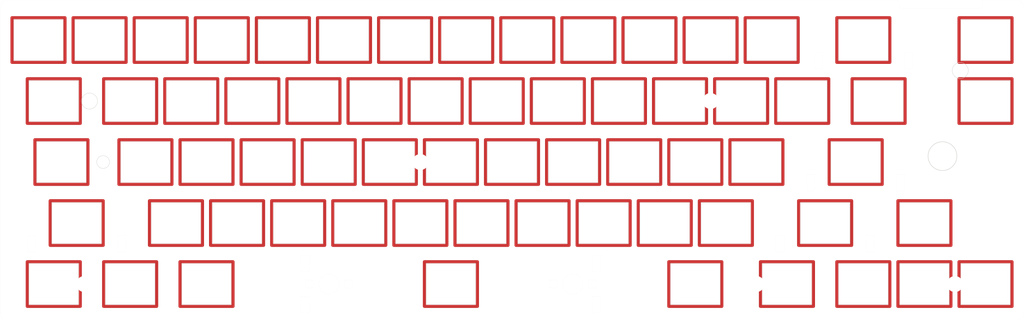
<source format=kicad_pcb>
(kicad_pcb (version 20211014) (generator pcbnew)
  (layers (0 "F.Cu" signal) (31 "B.Cu" signal) (34 "B.Paste" user) (35 "F.Paste" user) (36 "B.SilkS" user "B.Silkscreen") (37 "F.SilkS" user "F.Silkscreen") (38 "B.Mask" user) (39 "F.Mask" user) (44 "Edge.Cuts" user))
  (net 0 "")
  (footprint "Keyboard_Footprints:Plate_Cutout_Alps" (layer "F.Cu") (at 38.1 38.1)
    (fp_text reference "Plate_Cutout_Alps" hide)
    (fp_text value "" hide)
    (fp_line (start 7.75 -6.45) (end -7.75 -6.45) (layer "Edge.Cuts") (width 0.1))
    (fp_line (start 7.75 -6.45) (end 7.75 6.45) (layer "Edge.Cuts") (width 0.1))
    (fp_line (start 7.75 6.45) (end -7.75 6.45) (layer "Edge.Cuts") (width 0.1))
    (fp_line (start -7.75 -6.45) (end -7.75 6.45) (layer "Edge.Cuts") (width 0.1))
  )
  (footprint "Keyboard_Footprints:Plate_Cutout_Alps" (layer "F.Cu") (at 57.15 38.1)
    (fp_text reference "Plate_Cutout_Alps" hide)
    (fp_text value "" hide)
    (fp_line (start 7.75 -6.45) (end -7.75 -6.45) (layer "Edge.Cuts") (width 0.1))
    (fp_line (start 7.75 -6.45) (end 7.75 6.45) (layer "Edge.Cuts") (width 0.1))
    (fp_line (start -7.75 -6.45) (end -7.75 6.45) (layer "Edge.Cuts") (width 0.1))
    (fp_line (start 7.75 6.45) (end -7.75 6.45) (layer "Edge.Cuts") (width 0.1))
  )
  (footprint "Keyboard_Footprints:Plate_Cutout_Alps" (layer "F.Cu") (at 76.2 38.1)
    (fp_text reference "Plate_Cutout_Alps" hide)
    (fp_text value "" hide)
    (fp_line (start -7.75 -6.45) (end -7.75 6.45) (layer "Edge.Cuts") (width 0.1))
    (fp_line (start 7.75 -6.45) (end -7.75 -6.45) (layer "Edge.Cuts") (width 0.1))
    (fp_line (start 7.75 6.45) (end -7.75 6.45) (layer "Edge.Cuts") (width 0.1))
    (fp_line (start 7.75 -6.45) (end 7.75 6.45) (layer "Edge.Cuts") (width 0.1))
  )
  (footprint "Keyboard_Footprints:Plate_Cutout_Alps" (layer "F.Cu") (at 133.35 38.1)
    (fp_text reference "Plate_Cutout_Alps" hide)
    (fp_text value "" hide)
    (fp_line (start 7.75 -6.45) (end 7.75 6.45) (layer "Edge.Cuts") (width 0.1))
    (fp_line (start -7.75 -6.45) (end -7.75 6.45) (layer "Edge.Cuts") (width 0.1))
    (fp_line (start 7.75 -6.45) (end -7.75 -6.45) (layer "Edge.Cuts") (width 0.1))
    (fp_line (start 7.75 6.45) (end -7.75 6.45) (layer "Edge.Cuts") (width 0.1))
  )
  (footprint "Keyboard_Footprints:Plate_Cutout_Alps" (layer "F.Cu") (at 114.3 38.1)
    (fp_text reference "Plate_Cutout_Alps" hide)
    (fp_text value "" hide)
    (fp_line (start 7.75 -6.45) (end -7.75 -6.45) (layer "Edge.Cuts") (width 0.1))
    (fp_line (start 7.75 -6.45) (end 7.75 6.45) (layer "Edge.Cuts") (width 0.1))
    (fp_line (start -7.75 -6.45) (end -7.75 6.45) (layer "Edge.Cuts") (width 0.1))
    (fp_line (start 7.75 6.45) (end -7.75 6.45) (layer "Edge.Cuts") (width 0.1))
  )
  (footprint "Keyboard_Footprints:Plate_Cutout_Alps" (layer "F.Cu") (at 95.25 38.1)
    (fp_text reference "Plate_Cutout_Alps" hide)
    (fp_text value "" hide)
    (fp_line (start 7.75 6.45) (end -7.75 6.45) (layer "Edge.Cuts") (width 0.1))
    (fp_line (start -7.75 -6.45) (end -7.75 6.45) (layer "Edge.Cuts") (width 0.1))
    (fp_line (start 7.75 -6.45) (end -7.75 -6.45) (layer "Edge.Cuts") (width 0.1))
    (fp_line (start 7.75 -6.45) (end 7.75 6.45) (layer "Edge.Cuts") (width 0.1))
  )
  (footprint "Keyboard_Footprints:Plate_Cutout_Alps" (layer "F.Cu") (at 209.55 38.1)
    (fp_text reference "Plate_Cutout_Alps" hide)
    (fp_text value "" hide)
    (fp_line (start 7.75 6.45) (end -7.75 6.45) (layer "Edge.Cuts") (width 0.1))
    (fp_line (start 7.75 -6.45) (end 7.75 6.45) (layer "Edge.Cuts") (width 0.1))
    (fp_line (start -7.75 -6.45) (end -7.75 6.45) (layer "Edge.Cuts") (width 0.1))
    (fp_line (start 7.75 -6.45) (end -7.75 -6.45) (layer "Edge.Cuts") (width 0.1))
  )
  (footprint "Keyboard_Footprints:Plate_Cutout_Alps" (layer "F.Cu") (at 228.6 38.1)
    (fp_text reference "Plate_Cutout_Alps" hide)
    (fp_text value "" hide)
    (fp_line (start 7.75 -6.45) (end 7.75 6.45) (layer "Edge.Cuts") (width 0.1))
    (fp_line (start 7.75 6.45) (end -7.75 6.45) (layer "Edge.Cuts") (width 0.1))
    (fp_line (start 7.75 -6.45) (end -7.75 -6.45) (layer "Edge.Cuts") (width 0.1))
    (fp_line (start -7.75 -6.45) (end -7.75 6.45) (layer "Edge.Cuts") (width 0.1))
  )
  (footprint "Keyboard_Footprints:Plate_Cutout_Alps" (layer "F.Cu") (at 247.65 38.1)
    (fp_text reference "Plate_Cutout_Alps" hide)
    (fp_text value "" hide)
    (fp_line (start 7.75 -6.45) (end -7.75 -6.45) (layer "Edge.Cuts") (width 0.1))
    (fp_line (start 7.75 6.45) (end -7.75 6.45) (layer "Edge.Cuts") (width 0.1))
    (fp_line (start -7.75 -6.45) (end -7.75 6.45) (layer "Edge.Cuts") (width 0.1))
    (fp_line (start 7.75 -6.45) (end 7.75 6.45) (layer "Edge.Cuts") (width 0.1))
  )
  (footprint "Keyboard_Footprints:Plate_Cutout_Alps" (layer "F.Cu") (at 190.5 38.1)
    (fp_text reference "Plate_Cutout_Alps" hide)
    (fp_text value "" hide)
    (fp_line (start -7.75 -6.45) (end -7.75 6.45) (layer "Edge.Cuts") (width 0.1))
    (fp_line (start 7.75 6.45) (end -7.75 6.45) (layer "Edge.Cuts") (width 0.1))
    (fp_line (start 7.75 -6.45) (end 7.75 6.45) (layer "Edge.Cuts") (width 0.1))
    (fp_line (start 7.75 -6.45) (end -7.75 -6.45) (layer "Edge.Cuts") (width 0.1))
  )
  (footprint "Keyboard_Footprints:Plate_Cutout_Alps" (layer "F.Cu") (at 171.45 38.1)
    (fp_text reference "Plate_Cutout_Alps" hide)
    (fp_text value "" hide)
    (fp_line (start -7.75 -6.45) (end -7.75 6.45) (layer "Edge.Cuts") (width 0.1))
    (fp_line (start 7.75 -6.45) (end 7.75 6.45) (layer "Edge.Cuts") (width 0.1))
    (fp_line (start 7.75 -6.45) (end -7.75 -6.45) (layer "Edge.Cuts") (width 0.1))
    (fp_line (start 7.75 6.45) (end -7.75 6.45) (layer "Edge.Cuts") (width 0.1))
  )
  (footprint "Keyboard_Footprints:Plate_Cutout_Alps" (layer "F.Cu") (at 152.4 38.1)
    (fp_text reference "Plate_Cutout_Alps" hide)
    (fp_text value "" hide)
    (fp_line (start 7.75 6.45) (end -7.75 6.45) (layer "Edge.Cuts") (width 0.1))
    (fp_line (start 7.75 -6.45) (end 7.75 6.45) (layer "Edge.Cuts") (width 0.1))
    (fp_line (start 7.75 -6.45) (end -7.75 -6.45) (layer "Edge.Cuts") (width 0.1))
    (fp_line (start -7.75 -6.45) (end -7.75 6.45) (layer "Edge.Cuts") (width 0.1))
  )
  (footprint "Keyboard_Footprints:Plate_Cutout_Alps" (layer "F.Cu") (at 180.975 57.15)
    (fp_text reference "Plate_Cutout_Alps" hide)
    (fp_text value "" hide)
    (fp_line (start 7.75 6.45) (end -7.75 6.45) (layer "Edge.Cuts") (width 0.1))
    (fp_line (start 7.75 -6.45) (end -7.75 -6.45) (layer "Edge.Cuts") (width 0.1))
    (fp_line (start -7.75 -6.45) (end -7.75 6.45) (layer "Edge.Cuts") (width 0.1))
    (fp_line (start 7.75 -6.45) (end 7.75 6.45) (layer "Edge.Cuts") (width 0.1))
  )
  (footprint "Keyboard_Footprints:Plate_Cutout_Alps" (layer "F.Cu") (at 200.025 57.15)
    (fp_text reference "Plate_Cutout_Alps" hide)
    (fp_text value "" hide)
    (fp_line (start 7.75 6.45) (end -7.75 6.45) (layer "Edge.Cuts") (width 0.1))
    (fp_line (start 7.75 -6.45) (end -7.75 -6.45) (layer "Edge.Cuts") (width 0.1))
    (fp_line (start -7.75 -6.45) (end -7.75 6.45) (layer "Edge.Cuts") (width 0.1))
    (fp_line (start 7.75 -6.45) (end 7.75 6.45) (layer "Edge.Cuts") (width 0.1))
  )
  (footprint "Keyboard_Footprints:Plate_Cutout_Alps" (layer "F.Cu") (at 219.075 57.15)
    (fp_text reference "Plate_Cutout_Alps" hide)
    (fp_text value "" hide)
    (fp_line (start -7.75 -6.45) (end -7.75 6.45) (layer "Edge.Cuts") (width 0.1))
    (fp_line (start 7.75 6.45) (end -7.75 6.45) (layer "Edge.Cuts") (width 0.1))
    (fp_line (start 7.75 -6.45) (end -7.75 -6.45) (layer "Edge.Cuts") (width 0.1))
    (fp_line (start 7.75 -6.45) (end 7.75 6.45) (layer "Edge.Cuts") (width 0.1))
  )
  (footprint "Keyboard_Footprints:Plate_Cutout_Alps" (layer "F.Cu") (at 276.225 57.15)
    (fp_text reference "Plate_Cutout_Alps" hide)
    (fp_text value "" hide)
    (fp_line (start 7.75 6.45) (end -7.75 6.45) (layer "Edge.Cuts") (width 0.1))
    (fp_line (start -7.75 -6.45) (end -7.75 6.45) (layer "Edge.Cuts") (width 0.1))
    (fp_line (start 7.75 -6.45) (end 7.75 6.45) (layer "Edge.Cuts") (width 0.1))
    (fp_line (start 7.75 -6.45) (end -7.75 -6.45) (layer "Edge.Cuts") (width 0.1))
  )
  (footprint "Keyboard_Footprints:Plate_Cutout_Alps" (layer "F.Cu") (at 257.175 57.15)
    (fp_text reference "Plate_Cutout_Alps" hide)
    (fp_text value "" hide)
    (fp_line (start 7.75 -6.45) (end -7.75 -6.45) (layer "Edge.Cuts") (width 0.1))
    (fp_line (start 7.75 -6.45) (end 7.75 6.45) (layer "Edge.Cuts") (width 0.1))
    (fp_line (start -7.75 -6.45) (end -7.75 6.45) (layer "Edge.Cuts") (width 0.1))
    (fp_line (start 7.75 6.45) (end -7.75 6.45) (layer "Edge.Cuts") (width 0.1))
  )
  (footprint "Keyboard_Footprints:Plate_Cutout_Alps" (layer "F.Cu") (at 238.125 57.15)
    (fp_text reference "Plate_Cutout_Alps" hide)
    (fp_text value "" hide)
    (fp_line (start 7.75 -6.45) (end -7.75 -6.45) (layer "Edge.Cuts") (width 0.1))
    (fp_line (start -7.75 -6.45) (end -7.75 6.45) (layer "Edge.Cuts") (width 0.1))
    (fp_line (start 7.75 -6.45) (end 7.75 6.45) (layer "Edge.Cuts") (width 0.1))
    (fp_line (start 7.75 6.45) (end -7.75 6.45) (layer "Edge.Cuts") (width 0.1))
  )
  (footprint "Keyboard_Footprints:Plate_Cutout_Alps" (layer "F.Cu") (at 123.825 57.15)
    (fp_text reference "Plate_Cutout_Alps" hide)
    (fp_text value "" hide)
    (fp_line (start -7.75 -6.45) (end -7.75 6.45) (layer "Edge.Cuts") (width 0.1))
    (fp_line (start 7.75 -6.45) (end -7.75 -6.45) (layer "Edge.Cuts") (width 0.1))
    (fp_line (start 7.75 6.45) (end -7.75 6.45) (layer "Edge.Cuts") (width 0.1))
    (fp_line (start 7.75 -6.45) (end 7.75 6.45) (layer "Edge.Cuts") (width 0.1))
  )
  (footprint "Keyboard_Footprints:Plate_Cutout_Alps" (layer "F.Cu") (at 142.875 57.15)
    (fp_text reference "Plate_Cutout_Alps" hide)
    (fp_text value "" hide)
    (fp_line (start -7.75 -6.45) (end -7.75 6.45) (layer "Edge.Cuts") (width 0.1))
    (fp_line (start 7.75 6.45) (end -7.75 6.45) (layer "Edge.Cuts") (width 0.1))
    (fp_line (start 7.75 -6.45) (end 7.75 6.45) (layer "Edge.Cuts") (width 0.1))
    (fp_line (start 7.75 -6.45) (end -7.75 -6.45) (layer "Edge.Cuts") (width 0.1))
  )
  (footprint "Keyboard_Footprints:Plate_Cutout_Alps" (layer "F.Cu") (at 161.925 57.15)
    (fp_text reference "Plate_Cutout_Alps" hide)
    (fp_text value "" hide)
    (fp_line (start -7.75 -6.45) (end -7.75 6.45) (layer "Edge.Cuts") (width 0.1))
    (fp_line (start 7.75 -6.45) (end 7.75 6.45) (layer "Edge.Cuts") (width 0.1))
    (fp_line (start 7.75 6.45) (end -7.75 6.45) (layer "Edge.Cuts") (width 0.1))
    (fp_line (start 7.75 -6.45) (end -7.75 -6.45) (layer "Edge.Cuts") (width 0.1))
  )
  (footprint "Keyboard_Footprints:Plate_Cutout_Alps" (layer "F.Cu") (at 104.775 57.15)
    (fp_text reference "Plate_Cutout_Alps" hide)
    (fp_text value "" hide)
    (fp_line (start 7.75 -6.45) (end -7.75 -6.45) (layer "Edge.Cuts") (width 0.1))
    (fp_line (start 7.75 -6.45) (end 7.75 6.45) (layer "Edge.Cuts") (width 0.1))
    (fp_line (start 7.75 6.45) (end -7.75 6.45) (layer "Edge.Cuts") (width 0.1))
    (fp_line (start -7.75 -6.45) (end -7.75 6.45) (layer "Edge.Cuts") (width 0.1))
  )
  (footprint "Keyboard_Footprints:Plate_Cutout_Alps" (layer "F.Cu") (at 85.725 57.15)
    (fp_text reference "Plate_Cutout_Alps" hide)
    (fp_text value "" hide)
    (fp_line (start 7.75 -6.45) (end -7.75 -6.45) (layer "Edge.Cuts") (width 0.1))
    (fp_line (start 7.75 -6.45) (end 7.75 6.45) (layer "Edge.Cuts") (width 0.1))
    (fp_line (start 7.75 6.45) (end -7.75 6.45) (layer "Edge.Cuts") (width 0.1))
    (fp_line (start -7.75 -6.45) (end -7.75 6.45) (layer "Edge.Cuts") (width 0.1))
  )
  (footprint "Keyboard_Footprints:Plate_Cutout_Alps" (layer "F.Cu") (at 66.675 57.15)
    (fp_text reference "Plate_Cutout_Alps" hide)
    (fp_text value "" hide)
    (fp_line (start 7.75 -6.45) (end -7.75 -6.45) (layer "Edge.Cuts") (width 0.1))
    (fp_line (start 7.75 -6.45) (end 7.75 6.45) (layer "Edge.Cuts") (width 0.1))
    (fp_line (start 7.75 6.45) (end -7.75 6.45) (layer "Edge.Cuts") (width 0.1))
    (fp_line (start -7.75 -6.45) (end -7.75 6.45) (layer "Edge.Cuts") (width 0.1))
  )
  (footprint "Keyboard_Footprints:Plate_Cutout_Alps" (layer "F.Cu") (at 90.4875 76.2)
    (fp_text reference "Plate_Cutout_Alps" hide)
    (fp_text value "" hide)
    (fp_line (start 7.75 -6.45) (end 7.75 6.45) (layer "Edge.Cuts") (width 0.1))
    (fp_line (start 7.75 -6.45) (end -7.75 -6.45) (layer "Edge.Cuts") (width 0.1))
    (fp_line (start 7.75 6.45) (end -7.75 6.45) (layer "Edge.Cuts") (width 0.1))
    (fp_line (start -7.75 -6.45) (end -7.75 6.45) (layer "Edge.Cuts") (width 0.1))
  )
  (footprint "Keyboard_Footprints:Plate_Cutout_Alps" (layer "F.Cu") (at 109.5375 76.2)
    (fp_text reference "Plate_Cutout_Alps" hide)
    (fp_text value "" hide)
    (fp_line (start 7.75 -6.45) (end -7.75 -6.45) (layer "Edge.Cuts") (width 0.1))
    (fp_line (start 7.75 -6.45) (end 7.75 6.45) (layer "Edge.Cuts") (width 0.1))
    (fp_line (start -7.75 -6.45) (end -7.75 6.45) (layer "Edge.Cuts") (width 0.1))
    (fp_line (start 7.75 6.45) (end -7.75 6.45) (layer "Edge.Cuts") (width 0.1))
  )
  (footprint "Keyboard_Footprints:Plate_Cutout_Alps" (layer "F.Cu") (at 166.6875 76.2)
    (fp_text reference "Plate_Cutout_Alps" hide)
    (fp_text value "" hide)
    (fp_line (start -7.75 -6.45) (end -7.75 6.45) (layer "Edge.Cuts") (width 0.1))
    (fp_line (start 7.75 -6.45) (end -7.75 -6.45) (layer "Edge.Cuts") (width 0.1))
    (fp_line (start 7.75 -6.45) (end 7.75 6.45) (layer "Edge.Cuts") (width 0.1))
    (fp_line (start 7.75 6.45) (end -7.75 6.45) (layer "Edge.Cuts") (width 0.1))
  )
  (footprint "Keyboard_Footprints:Plate_Cutout_Alps" (layer "F.Cu") (at 147.6375 76.2)
    (fp_text reference "Plate_Cutout_Alps" hide)
    (fp_text value "" hide)
    (fp_line (start 7.75 -6.45) (end 7.75 6.45) (layer "Edge.Cuts") (width 0.1))
    (fp_line (start 7.75 -6.45) (end -7.75 -6.45) (layer "Edge.Cuts") (width 0.1))
    (fp_line (start 7.75 6.45) (end -7.75 6.45) (layer "Edge.Cuts") (width 0.1))
    (fp_line (start -7.75 -6.45) (end -7.75 6.45) (layer "Edge.Cuts") (width 0.1))
  )
  (footprint "Keyboard_Footprints:Plate_Cutout_Alps" (layer "F.Cu") (at 128.5875 76.2)
    (fp_text reference "Plate_Cutout_Alps" hide)
    (fp_text value "" hide)
    (fp_line (start 7.75 -6.45) (end -7.75 -6.45) (layer "Edge.Cuts") (width 0.1))
    (fp_line (start 7.75 -6.45) (end 7.75 6.45) (layer "Edge.Cuts") (width 0.1))
    (fp_line (start 7.75 6.45) (end -7.75 6.45) (layer "Edge.Cuts") (width 0.1))
    (fp_line (start -7.75 -6.45) (end -7.75 6.45) (layer "Edge.Cuts") (width 0.1))
  )
  (footprint "Keyboard_Footprints:Plate_Cutout_Alps" (layer "F.Cu") (at 242.8875 76.2)
    (fp_text reference "Plate_Cutout_Alps" hide)
    (fp_text value "" hide)
    (fp_line (start 7.75 -6.45) (end -7.75 -6.45) (layer "Edge.Cuts") (width 0.1))
    (fp_line (start -7.75 -6.45) (end -7.75 6.45) (layer "Edge.Cuts") (width 0.1))
    (fp_line (start 7.75 -6.45) (end 7.75 6.45) (layer "Edge.Cuts") (width 0.1))
    (fp_line (start 7.75 6.45) (end -7.75 6.45) (layer "Edge.Cuts") (width 0.1))
  )
  (footprint "Keyboard_Footprints:Plate_Cutout_Alps" (layer "F.Cu") (at 261.9375 76.2)
    (fp_text reference "Plate_Cutout_Alps" hide)
    (fp_text value "" hide)
    (fp_line (start 7.75 -6.45) (end 7.75 6.45) (layer "Edge.Cuts") (width 0.1))
    (fp_line (start 7.75 6.45) (end -7.75 6.45) (layer "Edge.Cuts") (width 0.1))
    (fp_line (start -7.75 -6.45) (end -7.75 6.45) (layer "Edge.Cuts") (width 0.1))
    (fp_line (start 7.75 -6.45) (end -7.75 -6.45) (layer "Edge.Cuts") (width 0.1))
  )
  (footprint "Keyboard_Footprints:Plate_Cutout_Alps" (layer "F.Cu") (at 292.89375 76.2)
    (fp_text reference "Plate_Cutout_Alps" hide)
    (fp_text value "" hide)
    (fp_line (start 7.75 6.45) (end -7.75 6.45) (layer "Edge.Cuts") (width 0.1))
    (fp_line (start -7.75 -6.45) (end -7.75 6.45) (layer "Edge.Cuts") (width 0.1))
    (fp_line (start 7.75 -6.45) (end 7.75 6.45) (layer "Edge.Cuts") (width 0.1))
    (fp_line (start 7.75 -6.45) (end -7.75 -6.45) (layer "Edge.Cuts") (width 0.1))
  )
  (footprint "Keyboard_Footprints:Plate_Cutout_Alps" (layer "F.Cu") (at 223.8375 76.2)
    (fp_text reference "Plate_Cutout_Alps" hide)
    (fp_text value "" hide)
    (fp_line (start -7.75 -6.45) (end -7.75 6.45) (layer "Edge.Cuts") (width 0.1))
    (fp_line (start 7.75 -6.45) (end -7.75 -6.45) (layer "Edge.Cuts") (width 0.1))
    (fp_line (start 7.75 6.45) (end -7.75 6.45) (layer "Edge.Cuts") (width 0.1))
    (fp_line (start 7.75 -6.45) (end 7.75 6.45) (layer "Edge.Cuts") (width 0.1))
  )
  (footprint "Keyboard_Footprints:Plate_Cutout_Alps" (layer "F.Cu") (at 204.7875 76.2)
    (fp_text reference "Plate_Cutout_Alps" hide)
    (fp_text value "" hide)
    (fp_line (start 7.75 6.45) (end -7.75 6.45) (layer "Edge.Cuts") (width 0.1))
    (fp_line (start 7.75 -6.45) (end 7.75 6.45) (layer "Edge.Cuts") (width 0.1))
    (fp_line (start -7.75 -6.45) (end -7.75 6.45) (layer "Edge.Cuts") (width 0.1))
    (fp_line (start 7.75 -6.45) (end -7.75 -6.45) (layer "Edge.Cuts") (width 0.1))
  )
  (footprint "Keyboard_Footprints:Plate_Cutout_Alps" (layer "F.Cu") (at 185.7375 76.2)
    (fp_text reference "Plate_Cutout_Alps" hide)
    (fp_text value "" hide)
    (fp_line (start 7.75 -6.45) (end 7.75 6.45) (layer "Edge.Cuts") (width 0.1))
    (fp_line (start 7.75 6.45) (end -7.75 6.45) (layer "Edge.Cuts") (width 0.1))
    (fp_line (start -7.75 -6.45) (end -7.75 6.45) (layer "Edge.Cuts") (width 0.1))
    (fp_line (start 7.75 -6.45) (end -7.75 -6.45) (layer "Edge.Cuts") (width 0.1))
  )
  (footprint "Keyboard_Footprints:Plate_Cutout_Alps" (layer "F.Cu") (at 195.2625 95.25)
    (fp_text reference "Plate_Cutout_Alps" hide)
    (fp_text value "" hide)
    (fp_line (start 7.75 -6.45) (end 7.75 6.45) (layer "Edge.Cuts") (width 0.1))
    (fp_line (start 7.75 6.45) (end -7.75 6.45) (layer "Edge.Cuts") (width 0.1))
    (fp_line (start -7.75 -6.45) (end -7.75 6.45) (layer "Edge.Cuts") (width 0.1))
    (fp_line (start 7.75 -6.45) (end -7.75 -6.45) (layer "Edge.Cuts") (width 0.1))
  )
  (footprint "Keyboard_Footprints:Plate_Cutout_Alps" (layer "F.Cu") (at 214.3125 95.25)
    (fp_text reference "Plate_Cutout_Alps" hide)
    (fp_text value "" hide)
    (fp_line (start -7.75 -6.45) (end -7.75 6.45) (layer "Edge.Cuts") (width 0.1))
    (fp_line (start 7.75 -6.45) (end -7.75 -6.45) (layer "Edge.Cuts") (width 0.1))
    (fp_line (start 7.75 -6.45) (end 7.75 6.45) (layer "Edge.Cuts") (width 0.1))
    (fp_line (start 7.75 6.45) (end -7.75 6.45) (layer "Edge.Cuts") (width 0.1))
  )
  (footprint "Keyboard_Footprints:Plate_Cutout_Alps" (layer "F.Cu") (at 233.3625 95.25)
    (fp_text reference "Plate_Cutout_Alps" hide)
    (fp_text value "" hide)
    (fp_line (start 7.75 -6.45) (end 7.75 6.45) (layer "Edge.Cuts") (width 0.1))
    (fp_line (start -7.75 -6.45) (end -7.75 6.45) (layer "Edge.Cuts") (width 0.1))
    (fp_line (start 7.75 -6.45) (end -7.75 -6.45) (layer "Edge.Cuts") (width 0.1))
    (fp_line (start 7.75 6.45) (end -7.75 6.45) (layer "Edge.Cuts") (width 0.1))
  )
  (footprint "Keyboard_Footprints:Plate_Cutout_Alps" (layer "F.Cu") (at 252.4125 95.25)
    (fp_text reference "Plate_Cutout_Alps" hide)
    (fp_text value "" hide)
    (fp_line (start -7.75 -6.45) (end -7.75 6.45) (layer "Edge.Cuts") (width 0.1))
    (fp_line (start 7.75 6.45) (end -7.75 6.45) (layer "Edge.Cuts") (width 0.1))
    (fp_line (start 7.75 -6.45) (end -7.75 -6.45) (layer "Edge.Cuts") (width 0.1))
    (fp_line (start 7.75 -6.45) (end 7.75 6.45) (layer "Edge.Cuts") (width 0.1))
  )
  (footprint "Keyboard_Footprints:Plate_Cutout_Alps" (layer "F.Cu") (at 138.1125 95.25)
    (fp_text reference "Plate_Cutout_Alps" hide)
    (fp_text value "" hide)
    (fp_line (start 7.75 -6.45) (end -7.75 -6.45) (layer "Edge.Cuts") (width 0.1))
    (fp_line (start 7.75 6.45) (end -7.75 6.45) (layer "Edge.Cuts") (width 0.1))
    (fp_line (start 7.75 -6.45) (end 7.75 6.45) (layer "Edge.Cuts") (width 0.1))
    (fp_line (start -7.75 -6.45) (end -7.75 6.45) (layer "Edge.Cuts") (width 0.1))
  )
  (footprint "Keyboard_Footprints:Plate_Cutout_Alps" (layer "F.Cu") (at 157.1625 95.25)
    (fp_text reference "Plate_Cutout_Alps" hide)
    (fp_text value "" hide)
    (fp_line (start 7.75 -6.45) (end -7.75 -6.45) (layer "Edge.Cuts") (width 0.1))
    (fp_line (start -7.75 -6.45) (end -7.75 6.45) (layer "Edge.Cuts") (width 0.1))
    (fp_line (start 7.75 -6.45) (end 7.75 6.45) (layer "Edge.Cuts") (width 0.1))
    (fp_line (start 7.75 6.45) (end -7.75 6.45) (layer "Edge.Cuts") (width 0.1))
  )
  (footprint "Keyboard_Footprints:Plate_Cutout_Alps" (layer "F.Cu") (at 176.2125 95.25)
    (fp_text reference "Plate_Cutout_Alps" hide)
    (fp_text value "" hide)
    (fp_line (start 7.75 -6.45) (end 7.75 6.45) (layer "Edge.Cuts") (width 0.1))
    (fp_line (start 7.75 -6.45) (end -7.75 -6.45) (layer "Edge.Cuts") (width 0.1))
    (fp_line (start -7.75 -6.45) (end -7.75 6.45) (layer "Edge.Cuts") (width 0.1))
    (fp_line (start 7.75 6.45) (end -7.75 6.45) (layer "Edge.Cuts") (width 0.1))
  )
  (footprint "Keyboard_Footprints:Plate_Cutout_Alps" (layer "F.Cu") (at 119.0625 95.25)
    (fp_text reference "Plate_Cutout_Alps" hide)
    (fp_text value "" hide)
    (fp_line (start 7.75 -6.45) (end -7.75 -6.45) (layer "Edge.Cuts") (width 0.1))
    (fp_line (start 7.75 -6.45) (end 7.75 6.45) (layer "Edge.Cuts") (width 0.1))
    (fp_line (start 7.75 6.45) (end -7.75 6.45) (layer "Edge.Cuts") (width 0.1))
    (fp_line (start -7.75 -6.45) (end -7.75 6.45) (layer "Edge.Cuts") (width 0.1))
  )
  (footprint "Keyboard_Footprints:Plate_Cutout_Alps" (layer "F.Cu") (at 100.0125 95.25)
    (fp_text reference "Plate_Cutout_Alps" hide)
    (fp_text value "" hide)
    (fp_line (start 7.75 6.45) (end -7.75 6.45) (layer "Edge.Cuts") (width 0.1))
    (fp_line (start 7.75 -6.45) (end -7.75 -6.45) (layer "Edge.Cuts") (width 0.1))
    (fp_line (start -7.75 -6.45) (end -7.75 6.45) (layer "Edge.Cuts") (width 0.1))
    (fp_line (start 7.75 -6.45) (end 7.75 6.45) (layer "Edge.Cuts") (width 0.1))
  )
  (footprint "Keyboard_Footprints:Plate_Cutout_Alps" (layer "F.Cu") (at 80.9625 95.25)
    (fp_text reference "Plate_Cutout_Alps" hide)
    (fp_text value "" hide)
    (fp_line (start 7.75 -6.45) (end 7.75 6.45) (layer "Edge.Cuts") (width 0.1))
    (fp_line (start -7.75 -6.45) (end -7.75 6.45) (layer "Edge.Cuts") (width 0.1))
    (fp_line (start 7.75 6.45) (end -7.75 6.45) (layer "Edge.Cuts") (width 0.1))
    (fp_line (start 7.75 -6.45) (end -7.75 -6.45) (layer "Edge.Cuts") (width 0.1))
  )
  (footprint "Keyboard_Footprints:Plate_Cutout_Alps" (layer "F.Cu") (at 333.375 114.3)
    (fp_text reference "Plate_Cutout_Alps" hide)
    (fp_text value "" hide)
    (fp_line (start -7.75 -6.45) (end -7.75 6.45) (layer "Edge.Cuts") (width 0.1))
    (fp_line (start 7.75 -6.45) (end 7.75 6.45) (layer "Edge.Cuts") (width 0.1))
    (fp_line (start 7.75 -6.45) (end -7.75 -6.45) (layer "Edge.Cuts") (width 0.1))
    (fp_line (start 7.75 6.45) (end -7.75 6.45) (layer "Edge.Cuts") (width 0.1))
  )
  (footprint "Keyboard_Footprints:Plate_Cutout_Alps" (layer "F.Cu") (at 314.325 114.3)
    (fp_text reference "Plate_Cutout_Alps" hide)
    (fp_text value "" hide)
    (fp_line (start 7.75 6.45) (end -7.75 6.45) (layer "Edge.Cuts") (width 0.1))
    (fp_line (start 7.75 -6.45) (end 7.75 6.45) (layer "Edge.Cuts") (width 0.1))
    (fp_line (start 7.75 -6.45) (end -7.75 -6.45) (layer "Edge.Cuts") (width 0.1))
    (fp_line (start -7.75 -6.45) (end -7.75 6.45) (layer "Edge.Cuts") (width 0.1))
  )
  (footprint "Keyboard_Footprints:Plate_Cutout_Alps" (layer "F.Cu") (at 295.275 114.3)
    (fp_text reference "Plate_Cutout_Alps" hide)
    (fp_text value "" hide)
    (fp_line (start 7.75 -6.45) (end -7.75 -6.45) (layer "Edge.Cuts") (width 0.1))
    (fp_line (start -7.75 -6.45) (end -7.75 6.45) (layer "Edge.Cuts") (width 0.1))
    (fp_line (start 7.75 6.45) (end -7.75 6.45) (layer "Edge.Cuts") (width 0.1))
    (fp_line (start 7.75 -6.45) (end 7.75 6.45) (layer "Edge.Cuts") (width 0.1))
  )
  (footprint "Keyboard_Footprints:Plate_Cutout_Alps" (layer "F.Cu") (at 50.00625 95.25)
    (fp_text reference "Plate_Cutout_Alps" hide)
    (fp_text value "" hide)
    (fp_line (start 7.75 -6.45) (end -7.75 -6.45) (layer "Edge.Cuts") (width 0.1))
    (fp_line (start 7.75 6.45) (end -7.75 6.45) (layer "Edge.Cuts") (width 0.1))
    (fp_line (start -7.75 -6.45) (end -7.75 6.45) (layer "Edge.Cuts") (width 0.1))
    (fp_line (start 7.75 -6.45) (end 7.75 6.45) (layer "Edge.Cuts") (width 0.1))
  )
  (footprint "Keyboard_Footprints:Plate_Cutout_Alps" (layer "F.Cu") (at 42.8625 114.3)
    (fp_text reference "Plate_Cutout_Alps" hide)
    (fp_text value "" hide)
    (fp_line (start -7.75 -6.45) (end -7.75 6.45) (layer "Edge.Cuts") (width 0.1))
    (fp_line (start 7.75 -6.45) (end 7.75 6.45) (layer "Edge.Cuts") (width 0.1))
    (fp_line (start 7.75 6.45) (end -7.75 6.45) (layer "Edge.Cuts") (width 0.1))
    (fp_line (start 7.75 -6.45) (end -7.75 -6.45) (layer "Edge.Cuts") (width 0.1))
  )
  (footprint "Keyboard_Footprints:Plate_Cutout_Alps" (layer "F.Cu") (at 66.675 114.3)
    (fp_text reference "Plate_Cutout_Alps" hide)
    (fp_text value "" hide)
    (fp_line (start 7.75 6.45) (end -7.75 6.45) (layer "Edge.Cuts") (width 0.1))
    (fp_line (start 7.75 -6.45) (end 7.75 6.45) (layer "Edge.Cuts") (width 0.1))
    (fp_line (start 7.75 -6.45) (end -7.75 -6.45) (layer "Edge.Cuts") (width 0.1))
    (fp_line (start -7.75 -6.45) (end -7.75 6.45) (layer "Edge.Cuts") (width 0.1))
  )
  (footprint "Keyboard_Footprints:Plate_Cutout_Alps" (layer "F.Cu") (at 90.4875 114.3)
    (fp_text reference "Plate_Cutout_Alps" hide)
    (fp_text value "" hide)
    (fp_line (start 7.75 6.45) (end -7.75 6.45) (layer "Edge.Cuts") (width 0.1))
    (fp_line (start 7.75 -6.45) (end -7.75 -6.45) (layer "Edge.Cuts") (width 0.1))
    (fp_line (start 7.75 -6.45) (end 7.75 6.45) (layer "Edge.Cuts") (width 0.1))
    (fp_line (start -7.75 -6.45) (end -7.75 6.45) (layer "Edge.Cuts") (width 0.1))
  )
  (footprint "Keyboard_Footprints:Plate_Cutout_Alps" (layer "F.Cu") (at 166.6875 114.3)
    (fp_text reference "Plate_Cutout_Alps" hide)
    (fp_text value "" hide)
    (fp_line (start 7.75 6.45) (end -7.75 6.45) (layer "Edge.Cuts") (width 0.1))
    (fp_line (start 7.75 -6.45) (end -7.75 -6.45) (layer "Edge.Cuts") (width 0.1))
    (fp_line (start -7.75 -6.45) (end -7.75 6.45) (layer "Edge.Cuts") (width 0.1))
    (fp_line (start 7.75 -6.45) (end 7.75 6.45) (layer "Edge.Cuts") (width 0.1))
  )
  (footprint "Keyboard_Footprints:Plate_Cutout_Alps" (layer "F.Cu") (at 242.8875 114.3)
    (fp_text reference "Plate_Cutout_Alps" hide)
    (fp_text value "" hide)
    (fp_line (start -7.75 -6.45) (end -7.75 6.45) (layer "Edge.Cuts") (width 0.1))
    (fp_line (start 7.75 -6.45) (end -7.75 -6.45) (layer "Edge.Cuts") (width 0.1))
    (fp_line (start 7.75 -6.45) (end 7.75 6.45) (layer "Edge.Cuts") (width 0.1))
    (fp_line (start 7.75 6.45) (end -7.75 6.45) (layer "Edge.Cuts") (width 0.1))
  )
  (footprint "Keyboard_Footprints:Plate_Cutout_Alps" (layer "F.Cu") (at 266.7 38.1)
    (fp_text reference "Plate_Cutout_Alps" hide)
    (fp_text value "" hide)
    (fp_line (start 7.75 6.45) (end -7.75 6.45) (layer "Edge.Cuts") (width 0.1))
    (fp_line (start 7.75 -6.45) (end -7.75 -6.45) (layer "Edge.Cuts") (width 0.1))
    (fp_line (start -7.75 -6.45) (end -7.75 6.45) (layer "Edge.Cuts") (width 0.1))
    (fp_line (start 7.75 -6.45) (end 7.75 6.45) (layer "Edge.Cuts") (width 0.1))
  )
  (footprint "Keyboard_Footprints:Plate_Cutout_Alps" (layer "F.Cu") (at 295.275 38.1)
    (fp_text reference "Plate_Cutout_Alps" hide)
    (fp_text value "" hide)
    (fp_line (start -7.75 -6.45) (end -7.75 6.45) (layer "Edge.Cuts") (width 0.1))
    (fp_line (start 7.75 -6.45) (end 7.75 6.45) (layer "Edge.Cuts") (width 0.1))
    (fp_line (start 7.75 -6.45) (end -7.75 -6.45) (layer "Edge.Cuts") (width 0.1))
    (fp_line (start 7.75 6.45) (end -7.75 6.45) (layer "Edge.Cuts") (width 0.1))
  )
  (footprint "Keyboard_Footprints:Plate_Cutout_Alps" (layer "F.Cu") (at 333.375 38.1)
    (fp_text reference "Plate_Cutout_Alps" hide)
    (fp_text value "" hide)
    (fp_line (start 7.75 -6.45) (end -7.75 -6.45) (layer "Edge.Cuts") (width 0.1))
    (fp_line (start 7.75 6.45) (end -7.75 6.45) (layer "Edge.Cuts") (width 0.1))
    (fp_line (start 7.75 -6.45) (end 7.75 6.45) (layer "Edge.Cuts") (width 0.1))
    (fp_line (start -7.75 -6.45) (end -7.75 6.45) (layer "Edge.Cuts") (width 0.1))
  )
  (footprint "Keyboard_Footprints:Plate_Cutout_Alps" (layer "F.Cu") (at 333.375 57.15)
    (fp_text reference "Plate_Cutout_Alps" hide)
    (fp_text value "" hide)
    (fp_line (start 7.75 6.45) (end -7.75 6.45) (layer "Edge.Cuts") (width 0.1))
    (fp_line (start -7.75 -6.45) (end -7.75 6.45) (layer "Edge.Cuts") (width 0.1))
    (fp_line (start 7.75 -6.45) (end -7.75 -6.45) (layer "Edge.Cuts") (width 0.1))
    (fp_line (start 7.75 -6.45) (end 7.75 6.45) (layer "Edge.Cuts") (width 0.1))
  )
  (footprint "Keyboard_Footprints:Plate_Cutout_Alps" (layer "F.Cu") (at 300.0375 57.15)
    (fp_text reference "Plate_Cutout_Alps" hide)
    (fp_text value "" hide)
    (fp_line (start 7.75 -6.45) (end 7.75 6.45) (layer "Edge.Cuts") (width 0.1))
    (fp_line (start -7.75 -6.45) (end -7.75 6.45) (layer "Edge.Cuts") (width 0.1))
    (fp_line (start 7.75 6.45) (end -7.75 6.45) (layer "Edge.Cuts") (width 0.1))
    (fp_line (start 7.75 -6.45) (end -7.75 -6.45) (layer "Edge.Cuts") (width 0.1))
  )
  (footprint "Keyboard_Footprints:Plate_Cutout_Alps" (layer "F.Cu") (at 314.325 95.25)
    (fp_text reference "Plate_Cutout_Alps" hide)
    (fp_text value "" hide)
    (fp_line (start 7.75 -6.45) (end 7.75 6.45) (layer "Edge.Cuts") (width 0.1))
    (fp_line (start -7.75 -6.45) (end -7.75 6.45) (layer "Edge.Cuts") (width 0.1))
    (fp_line (start 7.75 -6.45) (end -7.75 -6.45) (layer "Edge.Cuts") (width 0.1))
    (fp_line (start 7.75 6.45) (end -7.75 6.45) (layer "Edge.Cuts") (width 0.1))
  )
  (footprint "Keyboard_Footprints:Plate_Cutout_Alps" (layer "F.Cu") (at 283.36875 95.25)
    (fp_text reference "Plate_Cutout_Alps" hide)
    (fp_text value "" hide)
    (fp_line (start 7.75 6.45) (end -7.75 6.45) (layer "Edge.Cuts") (width 0.1))
    (fp_line (start 7.75 -6.45) (end -7.75 -6.45) (layer "Edge.Cuts") (width 0.1))
    (fp_line (start 7.75 -6.45) (end 7.75 6.45) (layer "Edge.Cuts") (width 0.1))
    (fp_line (start -7.75 -6.45) (end -7.75 6.45) (layer "Edge.Cuts") (width 0.1))
  )
  (footprint "Keyboard_Footprints:Plate_Cutout_Alps" (layer "F.Cu") (at 271.4625 114.3)
    (fp_text reference "Plate_Cutout_Alps" hide)
    (fp_text value "" hide)
    (fp_line (start 7.75 -6.45) (end -7.75 -6.45) (layer "Edge.Cuts") (width 0.1))
    (fp_line (start 7.75 6.45) (end -7.75 6.45) (layer "Edge.Cuts") (width 0.1))
    (fp_line (start 7.75 -6.45) (end 7.75 6.45) (layer "Edge.Cuts") (width 0.1))
    (fp_line (start -7.75 -6.45) (end -7.75 6.45) (layer "Edge.Cuts") (width 0.1))
  )
  (footprint "Keyboard_Footprints:Plate_Cutout_Alps" (layer "F.Cu") (at 42.8625 57.15)
    (fp_text reference "Plate_Cutout_Alps" hide)
    (fp_text value "" hide)
    (fp_line (start 7.75 -6.45) (end 7.75 6.45) (layer "Edge.Cuts") (width 0.1))
    (fp_line (start 7.75 -6.45) (end -7.75 -6.45) (layer "Edge.Cuts") (width 0.1))
    (fp_line (start 7.75 6.45) (end -7.75 6.45) (layer "Edge.Cuts") (width 0.1))
    (fp_line (start -7.75 -6.45) (end -7.75 6.45) (layer "Edge.Cuts") (width 0.1))
  )
  (footprint "Keyboard_Footprints:Plate_Cutout_Alps" (layer "F.Cu") (at 71.4375 76.2)
    (fp_text reference "Plate_Cutout_Alps" hide)
    (fp_text value "" hide)
    (fp_line (start 7.75 6.45) (end -7.75 6.45) (layer "Edge.Cuts") (width 0.1))
    (fp_line (start -7.75 -6.45) (end -7.75 6.45) (layer "Edge.Cuts") (width 0.1))
    (fp_line (start 7.75 -6.45) (end -7.75 -6.45) (layer "Edge.Cuts") (width 0.1))
    (fp_line (start 7.75 -6.45) (end 7.75 6.45) (layer "Edge.Cuts") (width 0.1))
  )
  (footprint "Keyboard_Footprints:Screw_Hole" (layer "F.Cu") (at 323.85 114.3)
    (fp_text reference "Screw_Hole" hide)
    (fp_text value "" hide)
  )
  (footprint "Keyboard_Footprints:Screw_Hole" (layer "F.Cu") (at 247.65 57.1375)
    (fp_text reference "Screw_Hole" hide)
    (fp_text value "" hide)
  )
  (footprint "Keyboard_Footprints:Screw_Hole" (layer "F.Cu") (at 157.1625 76.2)
    (fp_text reference "Screw_Hole" hide)
    (fp_text value "" hide)
  )
  (footprint "Keyboard_Footprints:Screw_Hole" (layer "F.Cu") (at 52.3875 114.2875)
    (fp_text reference "Screw_Hole" hide)
    (fp_text value "" hide)
  )
  (footprint "Keyboard_Footprints:Screw_Hole" (layer "F.Cu") (at 261.9375 114.2875)
    (fp_text reference "Screw_Hole" hide)
    (fp_text value "" hide)
  )
  (footprint "Keyboard_Footprints:Plate_Cutout_Alps" (layer "F.Cu") (at 45.24375 76.2)
    (fp_text reference "Plate_Cutout_Alps" hide)
    (fp_text value "" hide)
    (fp_line (start 7.75 -6.45) (end 7.75 6.45) (layer "Edge.Cuts") (width 0.1))
    (fp_line (start -7.75 -6.45) (end -7.75 6.45) (layer "Edge.Cuts") (width 0.1))
    (fp_line (start 7.75 6.45) (end -7.75 6.45) (layer "Edge.Cuts") (width 0.1))
    (fp_line (start 7.75 -6.45) (end -7.75 -6.45) (layer "Edge.Cuts") (width 0.1))
  )
  (gr_line (start 199.8375 115.51) (end 199.8375 113.11) (layer "Edge.Cuts") (width 0.01))
  (gr_line (start 210.8375 123.26) (end 213.4375 123.26) (layer "Edge.Cuts") (width 0.01))
  (gr_line (start 37.25625 99.1) (end 37.25625 104.2) (layer "Edge.Cuts") (width 0.01))
  (gr_line (start 331.375 28.35) (end 307.375 28.35) (layer "Edge.Cuts") (width 0.01))
  (gr_line (start 121.4375 113.11) (end 123.8375 113.11) (layer "Edge.Cuts") (width 0.01))
  (gr_line (start 209.5375 115.51) (end 211.9375 115.51) (layer "Edge.Cuts") (width 0.01))
  (gr_line (start 121.4375 115.51) (end 121.4375 113.11) (layer "Edge.Cuts") (width 0.01))
  (gr_circle (center 128.6875 114.31) (end 131.8375 114.31) (layer "Edge.Cuts") (width 0.01) (fill none))
  (gr_line (start 308.24375 80.05) (end 305.64375 80.05) (layer "Edge.Cuts") (width 0.01))
  (gr_circle (center 204.6875 114.31) (end 207.8375 114.31) (layer "Edge.Cuts") (width 0.01) (fill none))
  (gr_line (start 277.54375 85.15) (end 277.54375 80.05) (layer "Edge.Cuts") (width 0.01))
  (gr_line (start 122.5375 105.36) (end 119.9375 105.36) (layer "Edge.Cuts") (width 0.01))
  (gr_line (start 211.9375 115.51) (end 211.9375 113.11) (layer "Edge.Cuts") (width 0.01))
  (gr_line (start 34.65625 104.2) (end 34.65625 99.1) (layer "Edge.Cuts") (width 0.01))
  (gr_line (start 119.9375 110.46) (end 122.5375 110.46) (layer "Edge.Cuts") (width 0.01))
  (gr_line (start 305.64375 80.05) (end 305.64375 85.15) (layer "Edge.Cuts") (width 0.01))
  (gr_circle (center 319.95 74.35) (end 324.45 74.35) (layer "Edge.Cuts") (width 0.15) (fill none))
  (gr_line (start 342.875 125.6) (end 28.6 125.6) (layer "Edge.Cuts") (width 0.01))
  (gr_line (start 133.5375 115.51) (end 133.5375 113.11) (layer "Edge.Cuts") (width 0.01))
  (gr_line (start 268.01875 99.1) (end 270.61875 99.1) (layer "Edge.Cuts") (width 0.01))
  (gr_line (start 122.5375 123.26) (end 119.9375 123.26) (layer "Edge.Cuts") (width 0.01))
  (gr_line (start 210.8375 105.36) (end 213.4375 105.36) (layer "Edge.Cuts") (width 0.01))
  (gr_line (start 26.1 28.1) (end 26.1 123.1) (layer "Edge.Cuts") (width 0.01))
  (gr_line (start 213.4375 105.36) (end 213.4375 110.46) (layer "Edge.Cuts") (width 0.01))
  (gr_line (start 34.65625 99.1) (end 37.25625 99.1) (layer "Edge.Cuts") (width 0.01))
  (gr_arc (start 26.1 28.1) (mid 26.832233 26.332233) (end 28.6 25.6) (layer "Edge.Cuts") (width 0.01))
  (gr_line (start 282.525 41.95) (end 282.525 47.05) (layer "Edge.Cuts") (width 0.01))
  (gr_line (start 65.35625 99.1) (end 62.75625 99.1) (layer "Edge.Cuts") (width 0.01))
  (gr_line (start 308.025 41.95) (end 308.025 47.05) (layer "Edge.Cuts") (width 0.01))
  (gr_circle (center 325.5 47.625) (end 328 47.625) (layer "Edge.Cuts") (width 0.1) (fill none))
  (gr_line (start 197.4375 115.51) (end 199.8375 115.51) (layer "Edge.Cuts") (width 0.01))
  (gr_line (start 279.925 41.95) (end 282.525 41.95) (layer "Edge.Cuts") (width 0.01))
  (gr_line (start 123.8375 113.11) (end 123.8375 115.51) (layer "Edge.Cuts") (width 0.01))
  (gr_line (start 65.35625 104.2) (end 65.35625 99.1) (layer "Edge.Cuts") (width 0.01))
  (gr_line (start 122.5375 118.16) (end 122.5375 123.26) (layer "Edge.Cuts") (width 0.01))
  (gr_line (start 209.5375 113.11) (end 209.5375 115.51) (layer "Edge.Cuts") (width 0.01))
  (gr_line (start 270.61875 104.2) (end 268.01875 104.2) (layer "Edge.Cuts") (width 0.01))
  (gr_line (start 213.4375 123.26) (end 213.4375 118.16) (layer "Edge.Cuts") (width 0.01))
  (gr_arc (start 28.6 125.6) (mid 26.832233 124.867767) (end 26.1 123.1) (layer "Edge.Cuts") (width 0.01))
  (gr_line (start 197.4375 113.11) (end 197.4375 115.51) (layer "Edge.Cuts") (width 0.01))
  (gr_line (start 280.14375 85.15) (end 277.54375 85.15) (layer "Edge.Cuts") (width 0.01))
  (gr_line (start 310.625 47.05) (end 310.625 41.95) (layer "Edge.Cuts") (width 0.01))
  (gr_arc (start 345.375 123.1) (mid 344.642767 124.867767) (end 342.875 125.6) (layer "Edge.Cuts") (width 0.01))
  (gr_line (start 123.8375 115.51) (end 121.4375 115.51) (layer "Edge.Cuts") (width 0.01))
  (gr_line (start 210.8375 118.16) (end 210.8375 123.26) (layer "Edge.Cuts") (width 0.01))
  (gr_line (start 305.64375 85.15) (end 308.24375 85.15) (layer "Edge.Cuts") (width 0.01))
  (gr_line (start 122.5375 110.46) (end 122.5375 105.36) (layer "Edge.Cuts") (width 0.01))
  (gr_arc (start 332.375 27.35) (mid 332.082107 28.057107) (end 331.375 28.35) (layer "Edge.Cuts") (width 0.01))
  (gr_line (start 211.9375 113.11) (end 209.5375 113.11) (layer "Edge.Cuts") (width 0.01))
  (gr_line (start 282.525 47.05) (end 279.925 47.05) (layer "Edge.Cuts") (width 0.01))
  (gr_arc (start 342.875 25.6) (mid 344.642767 26.332233) (end 345.375 28.1) (layer "Edge.Cuts") (width 0.01))
  (gr_line (start 268.01875 104.2) (end 268.01875 99.1) (layer "Edge.Cuts") (width 0.01))
  (gr_line (start 37.25625 104.2) (end 34.65625 104.2) (layer "Edge.Cuts") (width 0.01))
  (gr_line (start 298.71875 99.1) (end 296.11875 99.1) (layer "Edge.Cuts") (width 0.01))
  (gr_line (start 210.8375 110.46) (end 210.8375 105.36) (layer "Edge.Cuts") (width 0.01))
  (gr_line (start 332.375 27.35) (end 332.375 25.6) (layer "Edge.Cuts") (width 0.01))
  (gr_line (start 270.61875 99.1) (end 270.61875 104.2) (layer "Edge.Cuts") (width 0.01))
  (gr_line (start 308.24375 85.15) (end 308.24375 80.05) (layer "Edge.Cuts") (width 0.01))
  (gr_line (start 135.9375 113.11) (end 135.9375 115.51) (layer "Edge.Cuts") (width 0.01))
  (gr_arc (start 307.375 28.35) (mid 306.667893 28.057107) (end 306.375 27.35) (layer "Edge.Cuts") (width 0.01))
  (gr_line (start 332.375 25.6) (end 342.875 25.6) (layer "Edge.Cuts") (width 0.01))
  (gr_line (start 280.14375 80.05) (end 280.14375 85.15) (layer "Edge.Cuts") (width 0.01))
  (gr_line (start 199.8375 113.11) (end 197.4375 113.11) (layer "Edge.Cuts") (width 0.01))
  (gr_line (start 298.71875 104.2) (end 298.71875 99.1) (layer "Edge.Cuts") (width 0.01))
  (gr_line (start 135.9375 115.51) (end 133.5375 115.51) (layer "Edge.Cuts") (width 0.01))
  (gr_line (start 277.54375 80.05) (end 280.14375 80.05) (layer "Edge.Cuts") (width 0.01))
  (gr_line (start 279.925 47.05) (end 279.925 41.95) (layer "Edge.Cuts") (width 0.01))
  (gr_line (start 62.75625 104.2) (end 65.35625 104.2) (layer "Edge.Cuts") (width 0.01))
  (gr_circle (center 58.25 76.2) (end 60.25 76.2) (layer "Edge.Cuts") (width 0.1) (fill none))
  (gr_line (start 296.11875 99.1) (end 296.11875 104.2) (layer "Edge.Cuts") (width 0.01))
  (gr_line (start 119.9375 123.26) (end 119.9375 118.16) (layer "Edge.Cuts") (width 0.01))
  (gr_line (start 296.11875 104.2) (end 298.71875 104.2) (layer "Edge.Cuts") (width 0.01))
  (gr_line (start 62.75625 99.1) (end 62.75625 104.2) (layer "Edge.Cuts") (width 0.01))
  (gr_line (start 119.9375 118.16) (end 122.5375 118.16) (layer "Edge.Cuts") (width 0.01))
  (gr_line (start 345.375 28.1) (end 345.375 123.1) (layer "Edge.Cuts") (width 0.01))
  (gr_circle (center 54 57.15) (end 56.5 57.15) (layer "Edge.Cuts") (width 0.1) (fill none))
  (gr_line (start 308.025 47.05) (end 310.625 47.05) (layer "Edge.Cuts") (width 0.01))
  (gr_line (start 213.4375 118.16) (end 210.8375 118.16) (layer "Edge.Cuts") (width 0.01))
  (gr_line (start 310.625 41.95) (end 308.025 41.95) (layer "Edge.Cuts") (width 0.01))
  (gr_line (start 306.375 27.35) (end 306.375 25.6) (layer "Edge.Cuts") (width 0.01))
  (gr_line (start 133.5375 113.11) (end 135.9375 113.11) (layer "Edge.Cuts") (width 0.01))
  (gr_line (start 213.4375 110.46) (end 210.8375 110.46) (layer "Edge.Cuts") (width 0.01))
  (gr_line (start 119.9375 105.36) (end 119.9375 110.46) (layer "Edge.Cuts") (width 0.01))
  (gr_line (start 28.6 25.6) (end 306.375 25.6) (layer "Edge.Cuts") (width 0.01))
)
</source>
